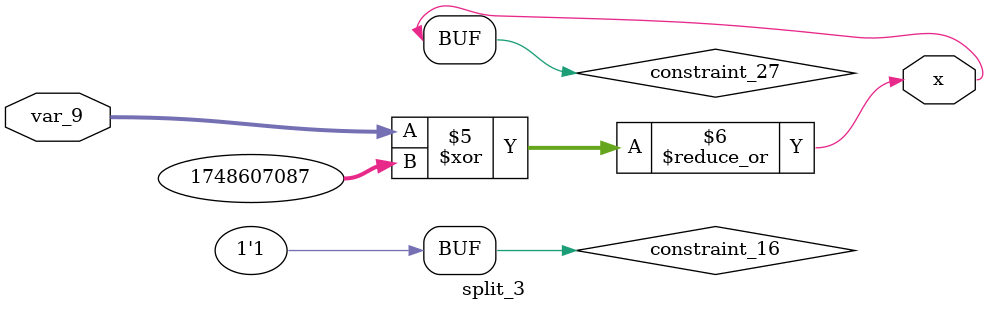
<source format=v>
module split_3(var_9, x);
    input [31:0] var_9;
    output wire x;

    wire constraint_16, constraint_27;

    assign constraint_16 = |((!(var_9 != 0) || (32'h6fbe9481 != 0)));
    assign constraint_27 = |((var_9 ^ 32'h6839a06f));
    assign x = constraint_16 & constraint_27;
endmodule

</source>
